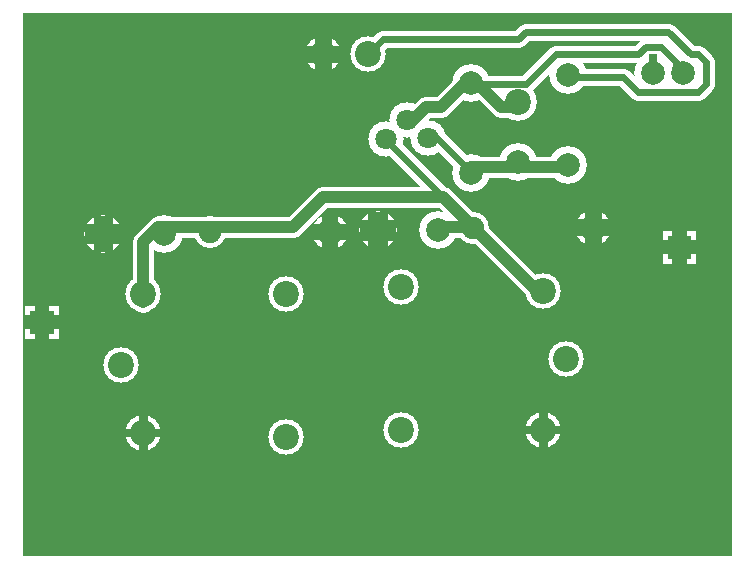
<source format=gbr>
%FSLAX34Y34*%
%MOMM*%
%LNCOPPER_BOTTOM*%
G71*
G01*
%ADD10C,3.000*%
%ADD11C,3.000*%
%ADD12C,3.200*%
%ADD13C,2.700*%
%ADD14C,2.800*%
%ADD15C,1.800*%
%ADD16C,1.400*%
%ADD17C,1.380*%
%ADD18C,0.733*%
%ADD19C,1.745*%
%ADD20C,1.452*%
%ADD21C,1.193*%
%ADD22C,1.657*%
%ADD23C,0.667*%
%ADD24C,0.813*%
%ADD25C,2.200*%
%ADD26C,1.800*%
%ADD27C,2.000*%
%ADD28C,1.900*%
%ADD29C,1.000*%
%ADD30C,4.300*%
%ADD31C,0.600*%
%LPD*%
G36*
X-177800Y174500D02*
X422200Y174500D01*
X422200Y-285500D01*
X-177800Y-285500D01*
X-177800Y174500D01*
G37*
%LPC*%
X44450Y-184150D02*
G54D10*
D03*
X-76200Y-180976D02*
G54D10*
D03*
X44450Y-63500D02*
G54D10*
D03*
X-76200Y-63500D02*
G54D10*
D03*
X-95013Y-123825D02*
G54D10*
D03*
X141944Y-57762D02*
G54D10*
D03*
X262594Y-60936D02*
G54D10*
D03*
X141944Y-178412D02*
G54D10*
D03*
X262594Y-178412D02*
G54D10*
D03*
X281881Y-118087D02*
G54D10*
D03*
X164696Y68357D02*
G54D11*
D03*
X147121Y84256D02*
G54D11*
D03*
X129505Y68322D02*
G54D11*
D03*
X-110066Y-12446D02*
G54D12*
D03*
X-59086Y-12334D02*
G54D12*
D03*
X81743Y-10870D02*
G54D13*
D03*
X-19857Y-10870D02*
G54D13*
D03*
X81743Y-10870D02*
G54D14*
D03*
X81743Y-10870D02*
G54D10*
D03*
X-110066Y-12446D02*
G54D10*
D03*
X122405Y-9537D02*
G54D12*
D03*
X173385Y-9424D02*
G54D12*
D03*
X304938Y-7072D02*
G54D13*
D03*
X203338Y-7072D02*
G54D13*
D03*
X304938Y-7072D02*
G54D14*
D03*
X304938Y-7072D02*
G54D10*
D03*
X122405Y-9536D02*
G54D10*
D03*
X240919Y99310D02*
G54D12*
D03*
X241032Y48330D02*
G54D12*
D03*
X240919Y99310D02*
G54D10*
D03*
X201011Y39318D02*
G54D12*
D03*
X201061Y115568D02*
G54D12*
D03*
X283561Y45668D02*
G54D12*
D03*
X283611Y121918D02*
G54D12*
D03*
X76200Y139700D02*
G54D10*
D03*
X-76200Y-180976D02*
G54D10*
D03*
X262594Y-178412D02*
G54D10*
D03*
X114300Y139700D02*
G54D10*
D03*
G54D15*
X201061Y115568D02*
X201052Y120731D01*
X226452Y95331D01*
X239152Y95331D01*
X240919Y99310D01*
G54D15*
X201061Y115568D02*
X201052Y120731D01*
X175652Y95331D01*
X162952Y95331D01*
X150252Y82631D01*
X147121Y84257D01*
G54D15*
X201011Y39318D02*
X201052Y44531D01*
X239152Y44531D01*
X241032Y48330D01*
G54D15*
X283561Y45668D02*
X277252Y44531D01*
X239152Y44531D01*
X241032Y48330D01*
G36*
X391800Y-9800D02*
X391800Y-37800D01*
X363800Y-37800D01*
X363800Y-9800D01*
X391800Y-9800D01*
G37*
X-110066Y-12446D02*
G54D10*
D03*
G54D15*
X-59086Y-12334D02*
X-63500Y-6350D01*
X-76200Y-19050D01*
X-76200Y-69850D01*
X-76200Y-63500D01*
G54D15*
X-19857Y-10870D02*
X-25400Y-6350D01*
X-63500Y-6350D01*
X-59086Y-12334D01*
G54D15*
X203338Y-7072D02*
X203200Y-6350D01*
X177800Y19050D01*
X76200Y19050D01*
X50800Y-6350D01*
X-25400Y-6350D01*
X-19857Y-10870D01*
G54D15*
X203338Y-7072D02*
X203200Y-6350D01*
X177800Y-6350D01*
X173385Y-9424D01*
G54D15*
X203338Y-7072D02*
X203200Y-6350D01*
X254000Y-57150D01*
X266700Y-57150D01*
X262594Y-60936D01*
X355500Y123700D02*
G54D12*
D03*
X381000Y123700D02*
G54D12*
D03*
G54D16*
X381000Y123700D02*
X381000Y120650D01*
X374650Y127000D01*
X374650Y133350D01*
X361950Y146050D01*
X349250Y146050D01*
X342900Y139700D01*
X273050Y139700D01*
X247650Y114300D01*
X203200Y114300D01*
X201061Y115568D01*
G54D16*
X114300Y139700D02*
X127000Y152400D01*
X241300Y152400D01*
X247650Y158750D01*
X368300Y158750D01*
X387350Y139700D01*
X393700Y139700D01*
X400050Y133350D01*
X400050Y114300D01*
X393700Y107950D01*
X342900Y107950D01*
X330200Y120650D01*
X285750Y120650D01*
X283611Y121918D01*
G54D16*
X201011Y39318D02*
X203200Y38100D01*
X171450Y69850D01*
X165100Y69850D01*
X164696Y68357D01*
G54D16*
X203338Y-7072D02*
X203200Y-6350D01*
X127000Y69850D01*
X129505Y68322D01*
G36*
X-147950Y-73300D02*
X-147950Y-101300D01*
X-175950Y-101300D01*
X-175950Y-73300D01*
X-147950Y-73300D01*
G37*
%LPD*%
G54D17*
G36*
X74843Y-10870D02*
X74843Y3630D01*
X88643Y3630D01*
X88643Y-10870D01*
X74843Y-10870D01*
G37*
G36*
X81743Y-3970D02*
X96243Y-3970D01*
X96243Y-17770D01*
X81743Y-17770D01*
X81743Y-3970D01*
G37*
G36*
X88643Y-10870D02*
X88643Y-25370D01*
X74843Y-25370D01*
X74843Y-10870D01*
X88643Y-10870D01*
G37*
G36*
X81743Y-17770D02*
X67243Y-17770D01*
X67243Y-3970D01*
X81743Y-3970D01*
X81743Y-17770D01*
G37*
G54D18*
G36*
X81743Y-14537D02*
X66243Y-14537D01*
X66243Y-7204D01*
X81743Y-7204D01*
X81743Y-14537D01*
G37*
G36*
X78076Y-10870D02*
X78076Y4630D01*
X85409Y4630D01*
X85409Y-10870D01*
X78076Y-10870D01*
G37*
G36*
X81743Y-7204D02*
X97243Y-7204D01*
X97243Y-14537D01*
X81743Y-14537D01*
X81743Y-7204D01*
G37*
G36*
X85409Y-10870D02*
X85409Y-26370D01*
X78076Y-26370D01*
X78076Y-10870D01*
X85409Y-10870D01*
G37*
G54D18*
G36*
X-110066Y-8779D02*
X-94566Y-8779D01*
X-94566Y-16113D01*
X-110066Y-16113D01*
X-110066Y-8779D01*
G37*
G36*
X-106399Y-12446D02*
X-106399Y-27946D01*
X-113733Y-27946D01*
X-113733Y-12446D01*
X-106399Y-12446D01*
G37*
G36*
X-110066Y-16113D02*
X-125566Y-16113D01*
X-125566Y-8779D01*
X-110066Y-8779D01*
X-110066Y-16113D01*
G37*
G36*
X-113733Y-12446D02*
X-113733Y3054D01*
X-106399Y3054D01*
X-106399Y-12446D01*
X-113733Y-12446D01*
G37*
G54D17*
G36*
X298038Y-7072D02*
X298038Y7428D01*
X311838Y7428D01*
X311838Y-7072D01*
X298038Y-7072D01*
G37*
G36*
X304938Y-172D02*
X319438Y-172D01*
X319438Y-13972D01*
X304938Y-13972D01*
X304938Y-172D01*
G37*
G36*
X311838Y-7072D02*
X311838Y-21572D01*
X298038Y-21572D01*
X298038Y-7072D01*
X311838Y-7072D01*
G37*
G36*
X304938Y-13972D02*
X290438Y-13972D01*
X290438Y-172D01*
X304938Y-172D01*
X304938Y-13972D01*
G37*
G54D18*
G36*
X304938Y-10739D02*
X289438Y-10739D01*
X289438Y-3406D01*
X304938Y-3406D01*
X304938Y-10739D01*
G37*
G36*
X301272Y-7072D02*
X301272Y8428D01*
X308605Y8428D01*
X308605Y-7072D01*
X301272Y-7072D01*
G37*
G36*
X304938Y-3406D02*
X320438Y-3406D01*
X320438Y-10739D01*
X304938Y-10739D01*
X304938Y-3406D01*
G37*
G36*
X308605Y-7072D02*
X308605Y-22572D01*
X301272Y-22572D01*
X301272Y-7072D01*
X308605Y-7072D01*
G37*
G54D19*
G36*
X122405Y-810D02*
X137905Y-810D01*
X137905Y-18263D01*
X122405Y-18263D01*
X122405Y-810D01*
G37*
G36*
X131131Y-9536D02*
X131131Y-25036D01*
X113678Y-25036D01*
X113678Y-9536D01*
X131131Y-9536D01*
G37*
G36*
X122405Y-18263D02*
X106905Y-18263D01*
X106905Y-810D01*
X122405Y-810D01*
X122405Y-18263D01*
G37*
G36*
X113678Y-9536D02*
X113678Y5964D01*
X131131Y5964D01*
X131131Y-9536D01*
X113678Y-9536D01*
G37*
G54D20*
G36*
X68940Y139700D02*
X68940Y155200D01*
X83460Y155200D01*
X83460Y139700D01*
X68940Y139700D01*
G37*
G36*
X76200Y146960D02*
X91700Y146960D01*
X91700Y132440D01*
X76200Y132440D01*
X76200Y146960D01*
G37*
G36*
X83460Y139700D02*
X83460Y124200D01*
X68940Y124200D01*
X68940Y139700D01*
X83460Y139700D01*
G37*
G36*
X76200Y132440D02*
X60700Y132440D01*
X60700Y146960D01*
X76200Y146960D01*
X76200Y132440D01*
G37*
G54D18*
G36*
X-76200Y-184642D02*
X-91700Y-184642D01*
X-91700Y-177309D01*
X-76200Y-177309D01*
X-76200Y-184642D01*
G37*
G36*
X-79867Y-180976D02*
X-79867Y-165476D01*
X-72534Y-165476D01*
X-72534Y-180976D01*
X-79867Y-180976D01*
G37*
G36*
X-76200Y-177309D02*
X-60700Y-177309D01*
X-60700Y-184642D01*
X-76200Y-184642D01*
X-76200Y-177309D01*
G37*
G36*
X-72534Y-180976D02*
X-72534Y-196476D01*
X-79867Y-196476D01*
X-79867Y-180976D01*
X-72534Y-180976D01*
G37*
G54D18*
G36*
X262594Y-182078D02*
X247094Y-182078D01*
X247094Y-174745D01*
X262594Y-174745D01*
X262594Y-182078D01*
G37*
G36*
X258927Y-178412D02*
X258927Y-162912D01*
X266260Y-162912D01*
X266260Y-178412D01*
X258927Y-178412D01*
G37*
G36*
X262594Y-174745D02*
X278094Y-174745D01*
X278094Y-182078D01*
X262594Y-182078D01*
X262594Y-174745D01*
G37*
G36*
X266260Y-178412D02*
X266260Y-193912D01*
X258927Y-193912D01*
X258927Y-178412D01*
X266260Y-178412D01*
G37*
G54D21*
G36*
X377800Y-17833D02*
X392300Y-17833D01*
X392300Y-29766D01*
X377800Y-29766D01*
X377800Y-17833D01*
G37*
G36*
X383766Y-23800D02*
X383766Y-38300D01*
X371833Y-38300D01*
X371833Y-23800D01*
X383766Y-23800D01*
G37*
G36*
X377800Y-29766D02*
X363300Y-29766D01*
X363300Y-17833D01*
X377800Y-17833D01*
X377800Y-29766D01*
G37*
G36*
X371833Y-23800D02*
X371833Y-9300D01*
X383766Y-9300D01*
X383766Y-23800D01*
X371833Y-23800D01*
G37*
G54D22*
G36*
X-110066Y-4160D02*
X-94566Y-4160D01*
X-94566Y-20733D01*
X-110066Y-20733D01*
X-110066Y-4160D01*
G37*
G36*
X-101780Y-12446D02*
X-101780Y-27946D01*
X-118353Y-27946D01*
X-118353Y-12446D01*
X-101780Y-12446D01*
G37*
G36*
X-110066Y-20733D02*
X-125566Y-20733D01*
X-125566Y-4160D01*
X-110066Y-4160D01*
X-110066Y-20733D01*
G37*
G36*
X-118353Y-12446D02*
X-118353Y3054D01*
X-101780Y3054D01*
X-101780Y-12446D01*
X-118353Y-12446D01*
G37*
G54D23*
G36*
X352166Y123700D02*
X352166Y140200D01*
X358833Y140200D01*
X358833Y123700D01*
X352166Y123700D01*
G37*
G54D24*
G54D21*
G36*
X-161950Y-81333D02*
X-147450Y-81333D01*
X-147450Y-93266D01*
X-161950Y-93266D01*
X-161950Y-81333D01*
G37*
G36*
X-155984Y-87300D02*
X-155984Y-101800D01*
X-167917Y-101800D01*
X-167917Y-87300D01*
X-155984Y-87300D01*
G37*
G36*
X-161950Y-93266D02*
X-176450Y-93266D01*
X-176450Y-81333D01*
X-161950Y-81333D01*
X-161950Y-93266D01*
G37*
G36*
X-167917Y-87300D02*
X-167917Y-72800D01*
X-155984Y-72800D01*
X-155984Y-87300D01*
X-167917Y-87300D01*
G37*
X44450Y-184150D02*
G54D25*
D03*
X-76200Y-180976D02*
G54D25*
D03*
X44450Y-63500D02*
G54D25*
D03*
X-76200Y-63500D02*
G54D25*
D03*
X-95013Y-123825D02*
G54D25*
D03*
X141944Y-57762D02*
G54D25*
D03*
X262594Y-60936D02*
G54D25*
D03*
X141944Y-178412D02*
G54D25*
D03*
X262594Y-178412D02*
G54D25*
D03*
X281881Y-118087D02*
G54D25*
D03*
X164696Y68357D02*
G54D26*
D03*
X147121Y84256D02*
G54D26*
D03*
X129505Y68322D02*
G54D26*
D03*
X-110066Y-12446D02*
G54D27*
D03*
X-59086Y-12334D02*
G54D27*
D03*
X81743Y-10870D02*
G54D28*
D03*
X-19857Y-10870D02*
G54D28*
D03*
X81743Y-10870D02*
G54D27*
D03*
X81743Y-10870D02*
G54D25*
D03*
X-110066Y-12446D02*
G54D25*
D03*
X122405Y-9537D02*
G54D27*
D03*
X173385Y-9424D02*
G54D27*
D03*
X304938Y-7072D02*
G54D28*
D03*
X203338Y-7072D02*
G54D28*
D03*
X304938Y-7072D02*
G54D27*
D03*
X304938Y-7072D02*
G54D25*
D03*
X122405Y-9536D02*
G54D25*
D03*
X240919Y99310D02*
G54D27*
D03*
X241032Y48330D02*
G54D27*
D03*
X240919Y99310D02*
G54D25*
D03*
X201011Y39318D02*
G54D27*
D03*
X201061Y115568D02*
G54D27*
D03*
X283561Y45668D02*
G54D27*
D03*
X283611Y121918D02*
G54D27*
D03*
X76200Y139700D02*
G54D25*
D03*
X-76200Y-180976D02*
G54D25*
D03*
X262594Y-178412D02*
G54D25*
D03*
X114300Y139700D02*
G54D25*
D03*
G54D29*
X201061Y115568D02*
X201052Y120731D01*
X226452Y95331D01*
X239152Y95331D01*
X240919Y99310D01*
G54D29*
X201061Y115568D02*
X201052Y120731D01*
X175652Y95331D01*
X162952Y95331D01*
X150252Y82631D01*
X147121Y84257D01*
G54D29*
X201011Y39318D02*
X201052Y44531D01*
X239152Y44531D01*
X241032Y48330D01*
G54D29*
X283561Y45668D02*
X277252Y44531D01*
X239152Y44531D01*
X241032Y48330D01*
X393700Y66550D02*
G54D30*
D03*
X393700Y-260475D02*
G54D30*
D03*
X-152400Y130050D02*
G54D30*
D03*
G36*
X387800Y-13800D02*
X387800Y-33800D01*
X367800Y-33800D01*
X367800Y-13800D01*
X387800Y-13800D01*
G37*
X-110066Y-12446D02*
G54D25*
D03*
G54D29*
X-59086Y-12334D02*
X-63500Y-6350D01*
X-76200Y-19050D01*
X-76200Y-69850D01*
X-76200Y-63500D01*
G54D29*
X-19857Y-10870D02*
X-25400Y-6350D01*
X-63500Y-6350D01*
X-59086Y-12334D01*
G54D29*
X203338Y-7072D02*
X203200Y-6350D01*
X177800Y19050D01*
X76200Y19050D01*
X50800Y-6350D01*
X-25400Y-6350D01*
X-19857Y-10870D01*
G54D29*
X203338Y-7072D02*
X203200Y-6350D01*
X177800Y-6350D01*
X173385Y-9424D01*
G54D29*
X203338Y-7072D02*
X203200Y-6350D01*
X254000Y-57150D01*
X266700Y-57150D01*
X262594Y-60936D01*
X355500Y123700D02*
G54D27*
D03*
X381000Y123700D02*
G54D27*
D03*
X-152400Y-260475D02*
G54D30*
D03*
G54D31*
X381000Y123700D02*
X381000Y120650D01*
X374650Y127000D01*
X374650Y133350D01*
X361950Y146050D01*
X349250Y146050D01*
X342900Y139700D01*
X273050Y139700D01*
X247650Y114300D01*
X203200Y114300D01*
X201061Y115568D01*
G54D31*
X114300Y139700D02*
X127000Y152400D01*
X241300Y152400D01*
X247650Y158750D01*
X368300Y158750D01*
X387350Y139700D01*
X393700Y139700D01*
X400050Y133350D01*
X400050Y114300D01*
X393700Y107950D01*
X342900Y107950D01*
X330200Y120650D01*
X285750Y120650D01*
X283611Y121918D01*
G54D31*
X201011Y39318D02*
X203200Y38100D01*
X171450Y69850D01*
X165100Y69850D01*
X164696Y68357D01*
G54D31*
X203338Y-7072D02*
X203200Y-6350D01*
X127000Y69850D01*
X129505Y68322D01*
G36*
X-151950Y-77300D02*
X-151950Y-97300D01*
X-171950Y-97300D01*
X-171950Y-77300D01*
X-151950Y-77300D01*
G37*
M02*

</source>
